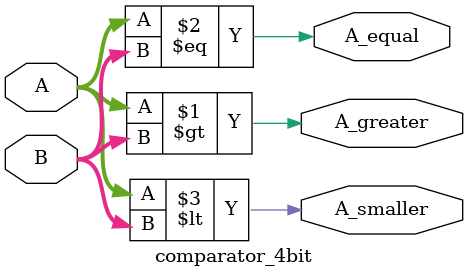
<source format=v>
module comparator_4bit(
    input  [3:0] A,
    input  [3:0] B,
    output A_greater,
    output A_equal,
    output A_smaller
);

    assign A_greater = (A > B);
    assign A_equal   = (A == B);
    assign A_smaller = (A < B);

endmodule


</source>
